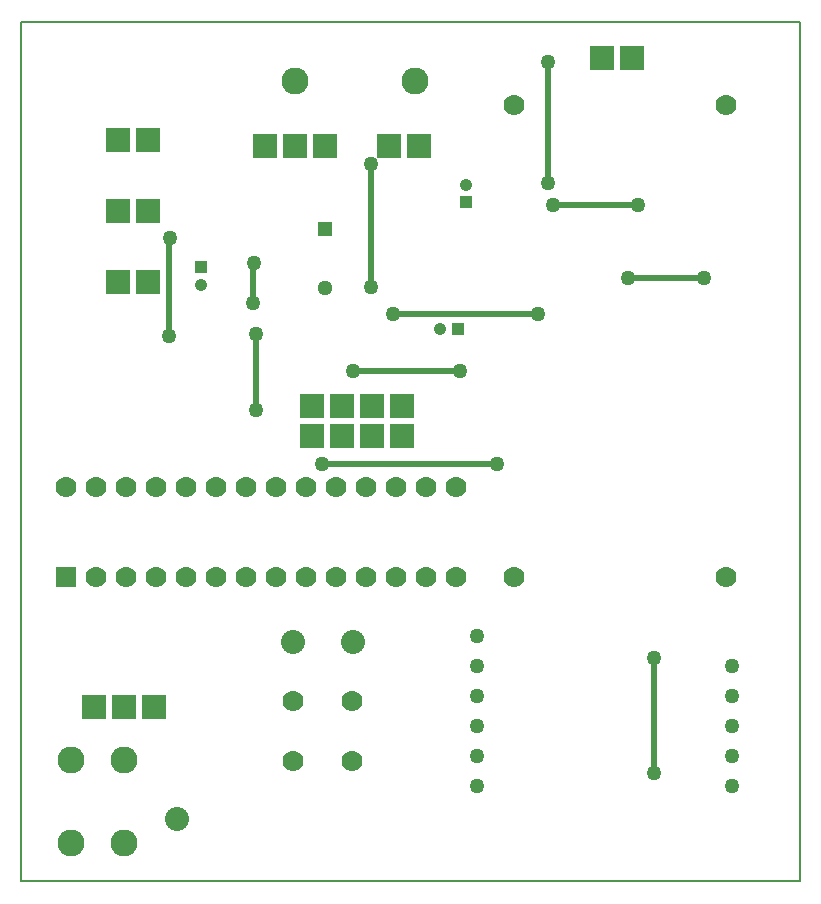
<source format=gbr>
G04 PROTEUS RS274X GERBER FILE*
%FSLAX45Y45*%
%MOMM*%
G01*
%ADD10C,0.508000*%
%ADD11C,1.270000*%
%ADD12R,1.778000X1.778000*%
%ADD13C,1.778000*%
%ADD14R,2.032000X2.032000*%
%ADD15C,2.286000*%
%ADD16R,1.280000X1.280000*%
%ADD17C,0.254000*%
%ADD18C,1.280000*%
%ADD19R,1.050000X1.050000*%
%ADD70C,1.050000*%
%ADD71C,2.032000*%
%ADD20C,0.203200*%
D10*
X+1297627Y+4655399D02*
X+1297627Y+5482823D01*
X+1300376Y+5485572D01*
X+2852969Y+4363554D02*
X+3761749Y+4363554D01*
X+2589378Y+3569447D02*
X+4068499Y+3569447D01*
X+5183326Y+5146345D02*
X+5825623Y+5146345D01*
X+2034157Y+4672826D02*
X+2034157Y+4029751D01*
X+2031221Y+4026815D01*
X+4549975Y+5764082D02*
X+5261917Y+5764082D01*
X+5262570Y+5764735D01*
X+5403855Y+1932120D02*
X+5403855Y+953162D01*
X+4505949Y+5954230D02*
X+4505949Y+6977348D01*
X+3192242Y+4842938D02*
X+4415352Y+4842938D01*
X+4417347Y+4844933D01*
X+2004911Y+4931464D02*
X+2004911Y+5266935D01*
X+2010902Y+5272926D01*
X+3004664Y+5072509D02*
X+3004664Y+6113953D01*
X+3004160Y+6114457D01*
D11*
X+1297627Y+4655399D03*
X+1300376Y+5485572D03*
X+2852969Y+4363554D03*
X+3761749Y+4363554D03*
X+2589378Y+3569447D03*
X+4068499Y+3569447D03*
X+5183326Y+5146345D03*
X+5825623Y+5146345D03*
X+2034157Y+4672826D03*
X+2031221Y+4026815D03*
X+4549975Y+5764082D03*
X+5262570Y+5764735D03*
X+5403855Y+1932120D03*
X+5403855Y+953162D03*
X+4505949Y+5954230D03*
X+4505949Y+6977348D03*
X+3192242Y+4842938D03*
X+4417347Y+4844933D03*
X+2004911Y+4931464D03*
X+2010902Y+5272926D03*
X+3004664Y+5072509D03*
X+3004160Y+6114457D03*
D12*
X+423601Y+2613126D03*
D13*
X+677601Y+2613126D03*
X+931601Y+2613126D03*
X+1185601Y+2613126D03*
X+1439601Y+2613126D03*
X+1693601Y+2613126D03*
X+1947601Y+2613126D03*
X+2201601Y+2613126D03*
X+2455601Y+2613126D03*
X+2709601Y+2613126D03*
X+2963601Y+2613126D03*
X+3217601Y+2613126D03*
X+3471601Y+2613126D03*
X+3725601Y+2613126D03*
X+3725601Y+3375126D03*
X+3471601Y+3375126D03*
X+3217601Y+3375126D03*
X+2963601Y+3375126D03*
X+2709601Y+3375126D03*
X+2455601Y+3375126D03*
X+2201601Y+3375126D03*
X+1947601Y+3375126D03*
X+1693601Y+3375126D03*
X+1439601Y+3375126D03*
X+1185601Y+3375126D03*
X+931601Y+3375126D03*
X+677601Y+3375126D03*
X+425601Y+3375126D03*
D14*
X+2109601Y+6263126D03*
X+2363601Y+6263126D03*
X+2617601Y+6263126D03*
D15*
X+2363601Y+6813126D03*
X+3379601Y+6813126D03*
D14*
X+5213601Y+7013126D03*
X+4959601Y+7013126D03*
D16*
X+2613601Y+5563126D03*
D17*
X+2613601Y+5563126D03*
D18*
X+2613601Y+5063126D03*
D19*
X+1563601Y+5238126D03*
D17*
X+1563601Y+5238126D03*
D70*
X+1563601Y+5088126D03*
D14*
X+3413601Y+6263126D03*
X+3159601Y+6263126D03*
D19*
X+3813601Y+5788126D03*
D17*
X+3813601Y+5788126D03*
D70*
X+3813601Y+5938126D03*
D19*
X+3738601Y+4713126D03*
D17*
X+3738601Y+4713126D03*
D70*
X+3588601Y+4713126D03*
D13*
X+6013601Y+6613126D03*
X+4213601Y+6613126D03*
X+6013601Y+2613126D03*
X+4213601Y+2613126D03*
D71*
X+2347601Y+2063126D03*
X+2855601Y+2063126D03*
D13*
X+2347601Y+1563126D03*
X+2347601Y+1055126D03*
X+2847601Y+1563126D03*
X+2847601Y+1055126D03*
D14*
X+1117601Y+5113126D03*
X+863601Y+5113126D03*
X+1113601Y+5713126D03*
X+859601Y+5713126D03*
X+1113601Y+6313126D03*
X+859601Y+6313126D03*
D11*
X+6063601Y+847126D03*
X+6063601Y+1101126D03*
X+6063601Y+1355126D03*
X+6063601Y+1609126D03*
X+6063601Y+1863126D03*
X+3904601Y+847126D03*
X+3904601Y+1101126D03*
X+3904601Y+1355126D03*
X+3904601Y+1609126D03*
X+3904601Y+1863126D03*
X+3904601Y+2117126D03*
D71*
X+1363601Y+563126D03*
D14*
X+2509601Y+3809126D03*
X+2763601Y+3809126D03*
X+3017601Y+3809126D03*
X+3271601Y+3809126D03*
X+3271601Y+4063126D03*
X+3017601Y+4063126D03*
X+2763601Y+4063126D03*
X+2509601Y+4063126D03*
X+663601Y+1513126D03*
X+917601Y+1513126D03*
X+1171601Y+1513126D03*
D15*
X+463601Y+363126D03*
X+463601Y+1063126D03*
X+913601Y+363126D03*
X+913601Y+1063126D03*
D20*
X+39941Y+39466D02*
X+6637261Y+39466D01*
X+6637261Y+7313126D01*
X+39941Y+7313126D01*
X+39941Y+39466D01*
M02*

</source>
